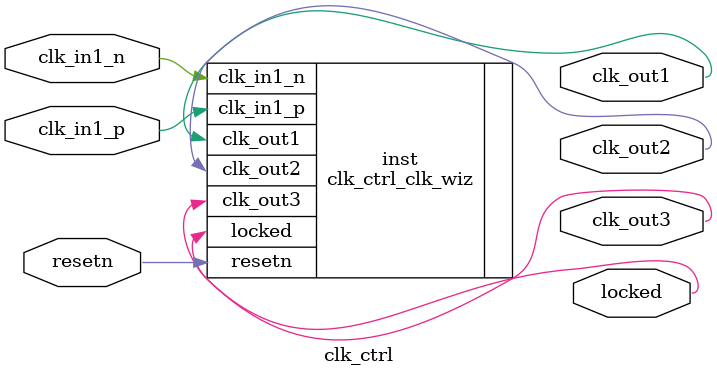
<source format=v>


`timescale 1ps/1ps

(* CORE_GENERATION_INFO = "clk_ctrl,clk_wiz_v6_0_15_0_0,{component_name=clk_ctrl,use_phase_alignment=true,use_min_o_jitter=false,use_max_i_jitter=false,use_dyn_phase_shift=false,use_inclk_switchover=false,use_dyn_reconfig=false,enable_axi=0,feedback_source=FDBK_AUTO,PRIMITIVE=MMCM,num_out_clk=3,clkin1_period=20.000,clkin2_period=10.0,use_power_down=false,use_reset=true,use_locked=true,use_inclk_stopped=false,feedback_type=SINGLE,CLOCK_MGR_TYPE=NA,manual_override=false}" *)

module clk_ctrl 
 (
  // Clock out ports
  output        clk_out1,
  output        clk_out2,
  output        clk_out3,
  // Status and control signals
  input         resetn,
  output        locked,
 // Clock in ports
  input         clk_in1_p,
  input         clk_in1_n
 );

  clk_ctrl_clk_wiz inst
  (
  // Clock out ports  
  .clk_out1(clk_out1),
  .clk_out2(clk_out2),
  .clk_out3(clk_out3),
  // Status and control signals               
  .resetn(resetn), 
  .locked(locked),
 // Clock in ports
  .clk_in1_p(clk_in1_p),
  .clk_in1_n(clk_in1_n)
  );

endmodule

</source>
